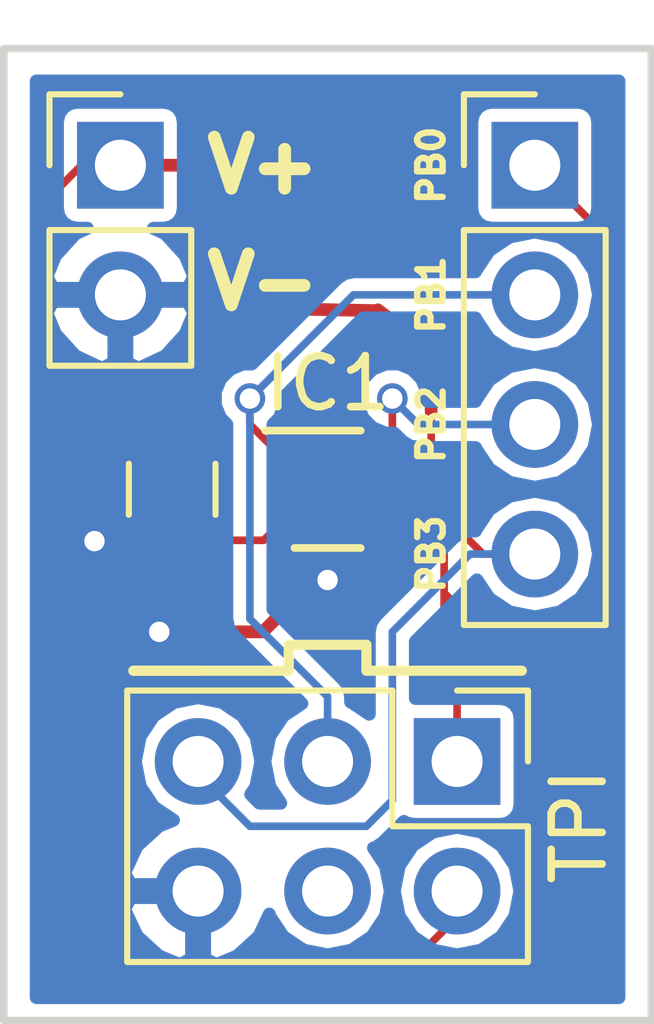
<source format=kicad_pcb>
(kicad_pcb (version 4) (host pcbnew 4.0.5)

  (general
    (links 14)
    (no_connects 0)
    (area 141.347429 95.391 155.832572 115.890952)
    (thickness 1.6)
    (drawings 16)
    (tracks 68)
    (zones 0)
    (modules 5)
    (nets 8)
  )

  (page A4)
  (layers
    (0 F.Cu signal)
    (31 B.Cu signal)
    (32 B.Adhes user)
    (33 F.Adhes user)
    (34 B.Paste user)
    (35 F.Paste user)
    (36 B.SilkS user)
    (37 F.SilkS user)
    (38 B.Mask user)
    (39 F.Mask user)
    (40 Dwgs.User user)
    (41 Cmts.User user)
    (42 Eco1.User user)
    (43 Eco2.User user)
    (44 Edge.Cuts user)
    (45 Margin user)
    (46 B.CrtYd user)
    (47 F.CrtYd user)
    (48 B.Fab user)
    (49 F.Fab user hide)
  )

  (setup
    (last_trace_width 0.2)
    (user_trace_width 0.01)
    (user_trace_width 0.02)
    (user_trace_width 0.04)
    (user_trace_width 0.05)
    (user_trace_width 0.1)
    (user_trace_width 0.15)
    (user_trace_width 0.2)
    (user_trace_width 0.25)
    (trace_clearance 0.25)
    (zone_clearance 0.25)
    (zone_45_only yes)
    (trace_min 0.01)
    (segment_width 0.2)
    (edge_width 0.15)
    (via_size 0.6)
    (via_drill 0.4)
    (via_min_size 0.4)
    (via_min_drill 0.3)
    (uvia_size 0.3)
    (uvia_drill 0.1)
    (uvias_allowed no)
    (uvia_min_size 0.2)
    (uvia_min_drill 0.1)
    (pcb_text_width 0.3)
    (pcb_text_size 1.5 1.5)
    (mod_edge_width 0.15)
    (mod_text_size 1 1)
    (mod_text_width 0.15)
    (pad_size 1.06 0.88)
    (pad_drill 0)
    (pad_to_mask_clearance 0.2)
    (aux_axis_origin 0 0)
    (visible_elements FFFEFF7F)
    (pcbplotparams
      (layerselection 0x000f8_80000001)
      (usegerberextensions false)
      (excludeedgelayer true)
      (linewidth 0.100000)
      (plotframeref false)
      (viasonmask false)
      (mode 1)
      (useauxorigin false)
      (hpglpennumber 1)
      (hpglpenspeed 20)
      (hpglpendiameter 15)
      (hpglpenoverlay 2)
      (psnegative false)
      (psa4output false)
      (plotreference true)
      (plotvalue true)
      (plotinvisibletext false)
      (padsonsilk false)
      (subtractmaskfromsilk false)
      (outputformat 1)
      (mirror false)
      (drillshape 0)
      (scaleselection 1)
      (outputdirectory ""))
  )

  (net 0 "")
  (net 1 VCC)
  (net 2 GND)
  (net 3 "Net-(IC1-Pad1)")
  (net 4 "Net-(IC1-Pad5)")
  (net 5 "Net-(IC1-Pad6)")
  (net 6 "Net-(IC1-Pad8)")
  (net 7 "Net-(P2-Pad4)")

  (net_class Default "This is the default net class."
    (clearance 0.25)
    (trace_width 0.2)
    (via_dia 0.6)
    (via_drill 0.4)
    (uvia_dia 0.3)
    (uvia_drill 0.1)
    (add_net GND)
    (add_net "Net-(IC1-Pad1)")
    (add_net "Net-(IC1-Pad5)")
    (add_net "Net-(IC1-Pad6)")
    (add_net "Net-(IC1-Pad8)")
    (add_net "Net-(P2-Pad4)")
    (add_net VCC)
  )

  (module Capacitors_SMD:C_0805 (layer F.Cu) (tedit 5898D19D) (tstamp 5898BCE0)
    (at 145.542 105.156 270)
    (descr "Capacitor SMD 0805, reflow soldering, AVX (see smccp.pdf)")
    (tags "capacitor 0805")
    (path /58982158)
    (attr smd)
    (fp_text reference C1 (at 0 -2.1 270) (layer Cmts.User)
      (effects (font (size 1 1) (thickness 0.15)))
    )
    (fp_text value 0.1u (at 0 2.1 270) (layer F.Fab)
      (effects (font (size 1 1) (thickness 0.15)))
    )
    (fp_line (start -1 0.625) (end -1 -0.625) (layer F.Fab) (width 0.1))
    (fp_line (start 1 0.625) (end -1 0.625) (layer F.Fab) (width 0.1))
    (fp_line (start 1 -0.625) (end 1 0.625) (layer F.Fab) (width 0.1))
    (fp_line (start -1 -0.625) (end 1 -0.625) (layer F.Fab) (width 0.1))
    (fp_line (start -1.8 -1) (end 1.8 -1) (layer F.CrtYd) (width 0.05))
    (fp_line (start -1.8 1) (end 1.8 1) (layer F.CrtYd) (width 0.05))
    (fp_line (start -1.8 -1) (end -1.8 1) (layer F.CrtYd) (width 0.05))
    (fp_line (start 1.8 -1) (end 1.8 1) (layer F.CrtYd) (width 0.05))
    (fp_line (start 0.5 -0.85) (end -0.5 -0.85) (layer F.SilkS) (width 0.12))
    (fp_line (start -0.5 0.85) (end 0.5 0.85) (layer F.SilkS) (width 0.12))
    (pad 1 smd rect (at -1 0 270) (size 1 1.25) (layers F.Cu F.Paste F.Mask)
      (net 1 VCC))
    (pad 2 smd rect (at 1 0 270) (size 1 1.25) (layers F.Cu F.Paste F.Mask)
      (net 2 GND))
    (model Capacitors_SMD.3dshapes/C_0805.wrl
      (at (xyz 0 0 0))
      (scale (xyz 1 1 1))
      (rotate (xyz 0 0 0))
    )
  )

  (module Housings_DFN_QFN:DFN-8-1EP_2x2mm_Pitch0.5mm (layer F.Cu) (tedit 5898C4CD) (tstamp 5898BCF9)
    (at 148.59 105.156)
    (descr "DFN8 2x2, 0.5P; CASE 506CN (see ON Semiconductor 506CN.PDF)")
    (tags "DFN 0.5")
    (path /5898CD28)
    (attr smd)
    (fp_text reference IC1 (at 0 -2.075) (layer F.SilkS)
      (effects (font (size 1 1) (thickness 0.15)))
    )
    (fp_text value ATTINY10-MA (at 0 2.075) (layer F.Fab)
      (effects (font (size 1 1) (thickness 0.15)))
    )
    (fp_line (start 0 -1) (end 1 -1) (layer F.Fab) (width 0.15))
    (fp_line (start 1 -1) (end 1 1) (layer F.Fab) (width 0.15))
    (fp_line (start 1 1) (end -1 1) (layer F.Fab) (width 0.15))
    (fp_line (start -1 1) (end -1 0) (layer F.Fab) (width 0.15))
    (fp_line (start -1 0) (end 0 -1) (layer F.Fab) (width 0.15))
    (fp_line (start -1.4 -1.35) (end -1.4 1.35) (layer F.CrtYd) (width 0.05))
    (fp_line (start 1.4 -1.35) (end 1.4 1.35) (layer F.CrtYd) (width 0.05))
    (fp_line (start -1.4 -1.35) (end 1.4 -1.35) (layer F.CrtYd) (width 0.05))
    (fp_line (start -1.4 1.35) (end 1.4 1.35) (layer F.CrtYd) (width 0.05))
    (fp_line (start -0.65 1.15) (end 0.65 1.15) (layer F.SilkS) (width 0.15))
    (fp_line (start -1.225 -1.15) (end 0.65 -1.15) (layer F.SilkS) (width 0.15))
    (pad 1 smd rect (at -0.9 -0.75) (size 0.5 0.3) (layers F.Cu F.Paste F.Mask)
      (net 3 "Net-(IC1-Pad1)"))
    (pad 2 smd rect (at -0.9 -0.25) (size 0.5 0.3) (layers F.Cu F.Paste F.Mask))
    (pad 3 smd rect (at -0.9 0.25) (size 0.5 0.3) (layers F.Cu F.Paste F.Mask))
    (pad 4 smd rect (at -0.9 0.75) (size 0.5 0.3) (layers F.Cu F.Paste F.Mask)
      (net 2 GND))
    (pad 5 smd rect (at 0.9 0.75) (size 0.5 0.3) (layers F.Cu F.Paste F.Mask)
      (net 4 "Net-(IC1-Pad5)"))
    (pad 6 smd rect (at 0.9 0.25) (size 0.5 0.3) (layers F.Cu F.Paste F.Mask)
      (net 5 "Net-(IC1-Pad6)"))
    (pad 7 smd rect (at 0.9 -0.25) (size 0.5 0.3) (layers F.Cu F.Paste F.Mask)
      (net 1 VCC))
    (pad 8 smd rect (at 0.9 -0.75) (size 0.5 0.3) (layers F.Cu F.Paste F.Mask)
      (net 6 "Net-(IC1-Pad8)"))
    (pad 9 smd rect (at 0 0.44) (size 1.06 0.88) (layers F.Cu F.Paste F.Mask)
      (net 2 GND) (solder_paste_margin_ratio -0.2))
    (pad 9 smd rect (at 0 -0.44) (size 1.06 0.88) (layers F.Cu F.Paste F.Mask)
      (solder_paste_margin_ratio -0.2))
    (model Housings_DFN_QFN.3dshapes/DFN-8-1EP_2x2mm_Pitch0.5mm.wrl
      (at (xyz 0 0 0))
      (scale (xyz 1 1 1))
      (rotate (xyz 0 0 0))
    )
  )

  (module Pin_Headers:Pin_Header_Straight_1x04_Pitch2.54mm (layer F.Cu) (tedit 5898CB28) (tstamp 5898BD0F)
    (at 152.654 98.806)
    (descr "Through hole straight pin header, 1x04, 2.54mm pitch, single row")
    (tags "Through hole pin header THT 1x04 2.54mm single row")
    (path /5897831D)
    (fp_text reference P1 (at 0 -2.39) (layer Cmts.User)
      (effects (font (size 1 1) (thickness 0.15)))
    )
    (fp_text value CONN_4 (at 0 10.01) (layer F.Fab)
      (effects (font (size 1 1) (thickness 0.15)))
    )
    (fp_line (start -1.27 -1.27) (end -1.27 8.89) (layer F.Fab) (width 0.1))
    (fp_line (start -1.27 8.89) (end 1.27 8.89) (layer F.Fab) (width 0.1))
    (fp_line (start 1.27 8.89) (end 1.27 -1.27) (layer F.Fab) (width 0.1))
    (fp_line (start 1.27 -1.27) (end -1.27 -1.27) (layer F.Fab) (width 0.1))
    (fp_line (start -1.39 1.27) (end -1.39 9.01) (layer F.SilkS) (width 0.12))
    (fp_line (start -1.39 9.01) (end 1.39 9.01) (layer F.SilkS) (width 0.12))
    (fp_line (start 1.39 9.01) (end 1.39 1.27) (layer F.SilkS) (width 0.12))
    (fp_line (start 1.39 1.27) (end -1.39 1.27) (layer F.SilkS) (width 0.12))
    (fp_line (start -1.39 0) (end -1.39 -1.39) (layer F.SilkS) (width 0.12))
    (fp_line (start -1.39 -1.39) (end 0 -1.39) (layer F.SilkS) (width 0.12))
    (fp_line (start -1.6 -1.6) (end -1.6 9.2) (layer F.CrtYd) (width 0.05))
    (fp_line (start -1.6 9.2) (end 1.6 9.2) (layer F.CrtYd) (width 0.05))
    (fp_line (start 1.6 9.2) (end 1.6 -1.6) (layer F.CrtYd) (width 0.05))
    (fp_line (start 1.6 -1.6) (end -1.6 -1.6) (layer F.CrtYd) (width 0.05))
    (pad 1 thru_hole rect (at 0 0) (size 1.7 1.7) (drill 1) (layers *.Cu *.Mask)
      (net 4 "Net-(IC1-Pad5)"))
    (pad 2 thru_hole oval (at 0 2.54) (size 1.7 1.7) (drill 1) (layers *.Cu *.Mask)
      (net 3 "Net-(IC1-Pad1)"))
    (pad 3 thru_hole oval (at 0 5.08) (size 1.7 1.7) (drill 1) (layers *.Cu *.Mask)
      (net 6 "Net-(IC1-Pad8)"))
    (pad 4 thru_hole oval (at 0 7.62) (size 1.7 1.7) (drill 1) (layers *.Cu *.Mask)
      (net 5 "Net-(IC1-Pad6)"))
    (model Pin_Headers.3dshapes/Pin_Header_Straight_1x04_Pitch2.54mm.wrl
      (at (xyz 0 -0.15 0))
      (scale (xyz 1 1 1))
      (rotate (xyz 0 0 90))
    )
  )

  (module Pin_Headers:Pin_Header_Straight_2x03_Pitch2.54mm (layer F.Cu) (tedit 5898CAA1) (tstamp 5898BD29)
    (at 151.13 110.49 270)
    (descr "Through hole straight pin header, 2x03, 2.54mm pitch, double rows")
    (tags "Through hole pin header THT 2x03 2.54mm double row")
    (path /5897828E)
    (fp_text reference TPI (at 1.27 -2.39 270) (layer F.SilkS)
      (effects (font (size 1 1) (thickness 0.15)))
    )
    (fp_text value CONN_3X2 (at 1.27 7.47 270) (layer F.Fab)
      (effects (font (size 1 1) (thickness 0.15)))
    )
    (fp_line (start -1.27 -1.27) (end -1.27 6.35) (layer F.Fab) (width 0.1))
    (fp_line (start -1.27 6.35) (end 3.81 6.35) (layer F.Fab) (width 0.1))
    (fp_line (start 3.81 6.35) (end 3.81 -1.27) (layer F.Fab) (width 0.1))
    (fp_line (start 3.81 -1.27) (end -1.27 -1.27) (layer F.Fab) (width 0.1))
    (fp_line (start -1.39 1.27) (end -1.39 6.47) (layer F.SilkS) (width 0.12))
    (fp_line (start -1.39 6.47) (end 3.93 6.47) (layer F.SilkS) (width 0.12))
    (fp_line (start 3.93 6.47) (end 3.93 -1.39) (layer F.SilkS) (width 0.12))
    (fp_line (start 3.93 -1.39) (end 1.27 -1.39) (layer F.SilkS) (width 0.12))
    (fp_line (start 1.27 -1.39) (end 1.27 1.27) (layer F.SilkS) (width 0.12))
    (fp_line (start 1.27 1.27) (end -1.39 1.27) (layer F.SilkS) (width 0.12))
    (fp_line (start -1.39 0) (end -1.39 -1.39) (layer F.SilkS) (width 0.12))
    (fp_line (start -1.39 -1.39) (end 0 -1.39) (layer F.SilkS) (width 0.12))
    (fp_line (start -1.6 -1.6) (end -1.6 6.6) (layer F.CrtYd) (width 0.05))
    (fp_line (start -1.6 6.6) (end 4.1 6.6) (layer F.CrtYd) (width 0.05))
    (fp_line (start 4.1 6.6) (end 4.1 -1.6) (layer F.CrtYd) (width 0.05))
    (fp_line (start 4.1 -1.6) (end -1.6 -1.6) (layer F.CrtYd) (width 0.05))
    (pad 1 thru_hole rect (at 0 0 270) (size 1.7 1.7) (drill 1) (layers *.Cu *.Mask)
      (net 4 "Net-(IC1-Pad5)"))
    (pad 2 thru_hole oval (at 2.54 0 270) (size 1.7 1.7) (drill 1) (layers *.Cu *.Mask)
      (net 1 VCC))
    (pad 3 thru_hole oval (at 0 2.54 270) (size 1.7 1.7) (drill 1) (layers *.Cu *.Mask)
      (net 3 "Net-(IC1-Pad1)"))
    (pad 4 thru_hole oval (at 2.54 2.54 270) (size 1.7 1.7) (drill 1) (layers *.Cu *.Mask)
      (net 7 "Net-(P2-Pad4)"))
    (pad 5 thru_hole oval (at 0 5.08 270) (size 1.7 1.7) (drill 1) (layers *.Cu *.Mask)
      (net 5 "Net-(IC1-Pad6)"))
    (pad 6 thru_hole oval (at 2.54 5.08 270) (size 1.7 1.7) (drill 1) (layers *.Cu *.Mask)
      (net 2 GND))
    (model Pin_Headers.3dshapes/Pin_Header_Straight_2x03_Pitch2.54mm.wrl
      (at (xyz 0.05 -0.1 0))
      (scale (xyz 1 1 1))
      (rotate (xyz 0 0 90))
    )
  )

  (module Pin_Headers:Pin_Header_Straight_1x02_Pitch2.54mm (layer F.Cu) (tedit 5898CB36) (tstamp 5898BD3D)
    (at 144.526 98.806)
    (descr "Through hole straight pin header, 1x02, 2.54mm pitch, single row")
    (tags "Through hole pin header THT 1x02 2.54mm single row")
    (path /58981FEC)
    (fp_text reference P3 (at 0 -2.39) (layer Cmts.User)
      (effects (font (size 1 1) (thickness 0.15)))
    )
    (fp_text value CONN_2 (at 0 4.93) (layer F.Fab)
      (effects (font (size 1 1) (thickness 0.15)))
    )
    (fp_line (start -1.27 -1.27) (end -1.27 3.81) (layer F.Fab) (width 0.1))
    (fp_line (start -1.27 3.81) (end 1.27 3.81) (layer F.Fab) (width 0.1))
    (fp_line (start 1.27 3.81) (end 1.27 -1.27) (layer F.Fab) (width 0.1))
    (fp_line (start 1.27 -1.27) (end -1.27 -1.27) (layer F.Fab) (width 0.1))
    (fp_line (start -1.39 1.27) (end -1.39 3.93) (layer F.SilkS) (width 0.12))
    (fp_line (start -1.39 3.93) (end 1.39 3.93) (layer F.SilkS) (width 0.12))
    (fp_line (start 1.39 3.93) (end 1.39 1.27) (layer F.SilkS) (width 0.12))
    (fp_line (start 1.39 1.27) (end -1.39 1.27) (layer F.SilkS) (width 0.12))
    (fp_line (start -1.39 0) (end -1.39 -1.39) (layer F.SilkS) (width 0.12))
    (fp_line (start -1.39 -1.39) (end 0 -1.39) (layer F.SilkS) (width 0.12))
    (fp_line (start -1.6 -1.6) (end -1.6 4.1) (layer F.CrtYd) (width 0.05))
    (fp_line (start -1.6 4.1) (end 1.6 4.1) (layer F.CrtYd) (width 0.05))
    (fp_line (start 1.6 4.1) (end 1.6 -1.6) (layer F.CrtYd) (width 0.05))
    (fp_line (start 1.6 -1.6) (end -1.6 -1.6) (layer F.CrtYd) (width 0.05))
    (pad 1 thru_hole rect (at 0 0) (size 1.7 1.7) (drill 1) (layers *.Cu *.Mask)
      (net 1 VCC))
    (pad 2 thru_hole oval (at 0 2.54) (size 1.7 1.7) (drill 1) (layers *.Cu *.Mask)
      (net 2 GND))
    (model Pin_Headers.3dshapes/Pin_Header_Straight_1x02_Pitch2.54mm.wrl
      (at (xyz 0 -0.05 0))
      (scale (xyz 1 1 1))
      (rotate (xyz 0 0 90))
    )
  )

  (gr_text V- (at 147.32 101.092) (layer F.SilkS)
    (effects (font (size 1 1) (thickness 0.25)))
  )
  (gr_text V+ (at 147.32 98.806) (layer F.SilkS)
    (effects (font (size 1 1) (thickness 0.25)))
  )
  (gr_text PB3 (at 150.622 106.426 90) (layer F.SilkS)
    (effects (font (size 0.5 0.5) (thickness 0.125)))
  )
  (gr_text PB2 (at 150.622 103.886 90) (layer F.SilkS)
    (effects (font (size 0.5 0.5) (thickness 0.125)))
  )
  (gr_text PB1 (at 150.622 101.346 90) (layer F.SilkS)
    (effects (font (size 0.5 0.5) (thickness 0.125)))
  )
  (gr_text PB0 (at 150.622 98.806 90) (layer F.SilkS)
    (effects (font (size 0.5 0.5) (thickness 0.125)))
  )
  (gr_line (start 149.352 108.712) (end 152.4 108.712) (angle 90) (layer F.SilkS) (width 0.2))
  (gr_line (start 149.352 108.204) (end 149.352 108.712) (angle 90) (layer F.SilkS) (width 0.2))
  (gr_line (start 147.828 108.204) (end 149.352 108.204) (angle 90) (layer F.SilkS) (width 0.2))
  (gr_line (start 147.828 108.712) (end 147.828 108.204) (angle 90) (layer F.SilkS) (width 0.2))
  (gr_line (start 144.78 108.712) (end 147.828 108.712) (angle 90) (layer F.SilkS) (width 0.2))
  (gr_line (start 144.78 108.712) (end 146.05 108.712) (angle 90) (layer F.SilkS) (width 0.2))
  (gr_line (start 142.24 115.57) (end 142.24 96.52) (angle 90) (layer Edge.Cuts) (width 0.15))
  (gr_line (start 154.94 115.57) (end 142.24 115.57) (angle 90) (layer Edge.Cuts) (width 0.15))
  (gr_line (start 154.94 96.52) (end 154.94 115.57) (angle 90) (layer Edge.Cuts) (width 0.15))
  (gr_line (start 142.24 96.52) (end 154.94 96.52) (angle 90) (layer Edge.Cuts) (width 0.15))

  (segment (start 151.13 113.03) (end 151.13 113.538) (width 0.15) (layer F.Cu) (net 1))
  (segment (start 151.13 113.538) (end 150.114 114.554) (width 0.15) (layer F.Cu) (net 1) (tstamp 5898C878))
  (segment (start 150.114 114.554) (end 144.272 114.554) (width 0.15) (layer F.Cu) (net 1) (tstamp 5898C87D))
  (segment (start 144.272 114.554) (end 143.002 113.284) (width 0.15) (layer F.Cu) (net 1) (tstamp 5898C881))
  (segment (start 143.002 113.284) (end 143.002 99.568) (width 0.15) (layer F.Cu) (net 1) (tstamp 5898C885))
  (segment (start 143.002 99.568) (end 143.764 98.806) (width 0.15) (layer F.Cu) (net 1) (tstamp 5898C889))
  (segment (start 143.764 98.806) (end 144.526 98.806) (width 0.15) (layer F.Cu) (net 1) (tstamp 5898C88B))
  (segment (start 146.812 101.6) (end 149.55952 101.65664) (width 0.25) (layer F.Cu) (net 1))
  (segment (start 150.364 104.906) (end 149.49 104.906) (width 0.15) (layer F.Cu) (net 1) (tstamp 5898C564))
  (segment (start 150.622 104.648) (end 150.364 104.906) (width 0.15) (layer F.Cu) (net 1) (tstamp 5898C55C))
  (segment (start 150.622 103.632) (end 150.622 104.648) (width 0.15) (layer F.Cu) (net 1) (tstamp 5898C558))
  (segment (start 150.59152 102.40264) (end 150.622 103.632) (width 0.25) (layer F.Cu) (net 1) (tstamp 5898C556))
  (segment (start 149.57552 101.64064) (end 150.59152 102.40264) (width 0.25) (layer F.Cu) (net 1) (tstamp 5898C550))
  (segment (start 149.55952 101.65664) (end 149.57552 101.64064) (width 0.25) (layer F.Cu) (net 1) (tstamp 5898C54A))
  (segment (start 144.526 98.806) (end 146.05 98.806) (width 0.25) (layer F.Cu) (net 1))
  (segment (start 146.812 101.6) (end 145.542 104.156) (width 0.25) (layer F.Cu) (net 1) (tstamp 5898C534))
  (segment (start 146.558 99.314) (end 146.812 101.6) (width 0.25) (layer F.Cu) (net 1) (tstamp 5898C532))
  (segment (start 146.05 98.806) (end 146.558 99.314) (width 0.25) (layer F.Cu) (net 1) (tstamp 5898C52E))
  (segment (start 145.526 104.14) (end 145.542 104.156) (width 0.2) (layer F.Cu) (net 1) (tstamp 5898C1DC) (status 30))
  (segment (start 148.59 106.934) (end 148.336 106.934) (width 0.25) (layer F.Cu) (net 2))
  (via (at 148.59 106.934) (size 0.6) (drill 0.4) (layers F.Cu B.Cu) (net 2))
  (segment (start 148.59 105.596) (end 148.59 106.934) (width 0.25) (layer F.Cu) (net 2))
  (via (at 145.288 107.95) (size 0.6) (drill 0.4) (layers F.Cu B.Cu) (net 2))
  (segment (start 147.32 107.95) (end 145.288 107.95) (width 0.25) (layer F.Cu) (net 2) (tstamp 5898C917))
  (segment (start 148.336 106.934) (end 147.32 107.95) (width 0.25) (layer F.Cu) (net 2) (tstamp 5898C913))
  (segment (start 145.542 106.156) (end 144.034 106.156) (width 0.25) (layer F.Cu) (net 2))
  (via (at 144.018 106.172) (size 0.6) (drill 0.4) (layers F.Cu B.Cu) (net 2))
  (segment (start 144.034 106.156) (end 144.018 106.172) (width 0.25) (layer F.Cu) (net 2) (tstamp 5898C661))
  (segment (start 147.69 105.906) (end 147.586 105.906) (width 0.15) (layer F.Cu) (net 2))
  (segment (start 147.586 105.906) (end 147.336 106.156) (width 0.15) (layer F.Cu) (net 2) (tstamp 5898C48B))
  (segment (start 147.336 106.156) (end 145.542 106.156) (width 0.15) (layer F.Cu) (net 2) (tstamp 5898C48C))
  (segment (start 148.59 110.49) (end 148.59 109.22) (width 0.15) (layer B.Cu) (net 3))
  (segment (start 147.066 107.696) (end 147.066 103.378) (width 0.15) (layer B.Cu) (net 3) (tstamp 5898C715))
  (segment (start 148.59 109.22) (end 147.066 107.696) (width 0.15) (layer B.Cu) (net 3) (tstamp 5898C711))
  (segment (start 147.69 104.406) (end 147.586 104.406) (width 0.15) (layer F.Cu) (net 3))
  (segment (start 147.586 104.406) (end 147.066 103.886) (width 0.15) (layer F.Cu) (net 3) (tstamp 5898C6C1))
  (segment (start 147.066 103.886) (end 147.066 103.378) (width 0.15) (layer F.Cu) (net 3) (tstamp 5898C6C3))
  (via (at 147.066 103.378) (size 0.6) (drill 0.4) (layers F.Cu B.Cu) (net 3))
  (segment (start 147.066 103.378) (end 149.098 101.346) (width 0.15) (layer B.Cu) (net 3) (tstamp 5898C6CB))
  (segment (start 149.098 101.346) (end 152.654 101.346) (width 0.15) (layer B.Cu) (net 3) (tstamp 5898C6CC))
  (segment (start 151.13 110.49) (end 151.13 109.22) (width 0.15) (layer F.Cu) (net 4))
  (segment (start 150.876 108.966) (end 150.876 107.188) (width 0.15) (layer F.Cu) (net 4) (tstamp 5898C804))
  (segment (start 151.13 109.22) (end 150.876 108.966) (width 0.15) (layer F.Cu) (net 4) (tstamp 5898C800))
  (segment (start 149.49 105.906) (end 150.356 105.906) (width 0.15) (layer F.Cu) (net 4))
  (segment (start 154.178 100.33) (end 152.654 98.806) (width 0.15) (layer F.Cu) (net 4) (tstamp 5898C7D9))
  (segment (start 154.178 107.696) (end 154.178 100.33) (width 0.15) (layer F.Cu) (net 4) (tstamp 5898C7D8))
  (segment (start 153.67 108.204) (end 154.178 107.696) (width 0.15) (layer F.Cu) (net 4) (tstamp 5898C7D7))
  (segment (start 152.908 108.204) (end 153.67 108.204) (width 0.15) (layer F.Cu) (net 4) (tstamp 5898C7D6))
  (segment (start 151.892 108.204) (end 152.908 108.204) (width 0.15) (layer F.Cu) (net 4) (tstamp 5898C7D5))
  (segment (start 150.876 107.188) (end 151.892 108.204) (width 0.15) (layer F.Cu) (net 4) (tstamp 5898C7D4))
  (segment (start 150.876 106.426) (end 150.876 107.188) (width 0.15) (layer F.Cu) (net 4) (tstamp 5898C7D1))
  (segment (start 150.356 105.906) (end 150.876 106.426) (width 0.15) (layer F.Cu) (net 4) (tstamp 5898C7D0))
  (segment (start 151.384 106.426) (end 152.654 106.426) (width 0.15) (layer B.Cu) (net 5) (tstamp 5898C839))
  (segment (start 149.86 107.95) (end 151.384 106.426) (width 0.15) (layer B.Cu) (net 5) (tstamp 5898C835))
  (segment (start 149.86 111.252) (end 149.86 107.95) (width 0.15) (layer B.Cu) (net 5) (tstamp 5898C831))
  (segment (start 149.352 111.76) (end 149.86 111.252) (width 0.15) (layer B.Cu) (net 5) (tstamp 5898C830))
  (segment (start 147.066 111.76) (end 149.352 111.76) (width 0.15) (layer B.Cu) (net 5) (tstamp 5898C82E))
  (segment (start 146.05 110.744) (end 147.066 111.76) (width 0.15) (layer B.Cu) (net 5) (tstamp 5898C82C))
  (segment (start 146.05 110.49) (end 146.05 110.744) (width 0.15) (layer B.Cu) (net 5))
  (segment (start 149.49 105.406) (end 150.618 105.406) (width 0.15) (layer F.Cu) (net 5))
  (segment (start 151.638 106.426) (end 152.654 106.426) (width 0.15) (layer F.Cu) (net 5) (tstamp 5898C7A6))
  (segment (start 150.618 105.406) (end 151.638 106.426) (width 0.15) (layer F.Cu) (net 5) (tstamp 5898C7A3))
  (segment (start 149.49 104.406) (end 149.594 104.406) (width 0.15) (layer F.Cu) (net 6))
  (segment (start 149.594 104.406) (end 149.86 104.14) (width 0.15) (layer F.Cu) (net 6) (tstamp 5898C770))
  (segment (start 149.86 104.14) (end 149.86 103.378) (width 0.15) (layer F.Cu) (net 6) (tstamp 5898C772))
  (via (at 149.86 103.378) (size 0.6) (drill 0.4) (layers F.Cu B.Cu) (net 6))
  (segment (start 149.86 103.378) (end 150.368 103.886) (width 0.15) (layer B.Cu) (net 6) (tstamp 5898C776))
  (segment (start 150.368 103.886) (end 152.654 103.886) (width 0.15) (layer B.Cu) (net 6) (tstamp 5898C777))

  (zone (net 2) (net_name GND) (layer B.Cu) (tstamp 5898C5EC) (hatch edge 0.508)
    (connect_pads (clearance 0.25))
    (min_thickness 0.254)
    (fill yes (arc_segments 16) (thermal_gap 0.508) (thermal_bridge_width 0.508))
    (polygon
      (pts
        (xy 154.432 115.316) (xy 142.748 115.316) (xy 142.748 97.028) (xy 154.432 97.028)
      )
    )
    (filled_polygon
      (pts
        (xy 154.305 115.118) (xy 142.875 115.118) (xy 142.875 113.386892) (xy 144.608514 113.386892) (xy 144.854817 113.911358)
        (xy 145.283076 114.301645) (xy 145.69311 114.471476) (xy 145.923 114.350155) (xy 145.923 113.157) (xy 144.729181 113.157)
        (xy 144.608514 113.386892) (xy 142.875 113.386892) (xy 142.875 112.673108) (xy 144.608514 112.673108) (xy 144.729181 112.903)
        (xy 145.923 112.903) (xy 145.923 112.883) (xy 146.177 112.883) (xy 146.177 112.903) (xy 146.197 112.903)
        (xy 146.197 113.157) (xy 146.177 113.157) (xy 146.177 114.350155) (xy 146.40689 114.471476) (xy 146.816924 114.301645)
        (xy 147.245183 113.911358) (xy 147.447738 113.480046) (xy 147.4564 113.523591) (xy 147.72238 113.921658) (xy 148.120447 114.187638)
        (xy 148.59 114.281038) (xy 149.059553 114.187638) (xy 149.45762 113.921658) (xy 149.7236 113.523591) (xy 149.817 113.054038)
        (xy 149.817 113.005962) (xy 149.903 113.005962) (xy 149.903 113.054038) (xy 149.9964 113.523591) (xy 150.26238 113.921658)
        (xy 150.660447 114.187638) (xy 151.13 114.281038) (xy 151.599553 114.187638) (xy 151.99762 113.921658) (xy 152.2636 113.523591)
        (xy 152.357 113.054038) (xy 152.357 113.005962) (xy 152.2636 112.536409) (xy 151.99762 112.138342) (xy 151.599553 111.872362)
        (xy 151.13 111.778962) (xy 150.660447 111.872362) (xy 150.26238 112.138342) (xy 149.9964 112.536409) (xy 149.903 113.005962)
        (xy 149.817 113.005962) (xy 149.7236 112.536409) (xy 149.488672 112.184815) (xy 149.524973 112.177594) (xy 149.671612 112.079612)
        (xy 150.08689 111.664335) (xy 150.130453 111.694101) (xy 150.28 111.724385) (xy 151.98 111.724385) (xy 152.119708 111.698097)
        (xy 152.24802 111.61553) (xy 152.334101 111.489547) (xy 152.364385 111.34) (xy 152.364385 109.64) (xy 152.338097 109.500292)
        (xy 152.25553 109.37198) (xy 152.129547 109.285899) (xy 151.98 109.255615) (xy 150.312 109.255615) (xy 150.312 108.137224)
        (xy 151.519317 106.929908) (xy 151.762342 107.29362) (xy 152.160409 107.5596) (xy 152.629962 107.653) (xy 152.678038 107.653)
        (xy 153.147591 107.5596) (xy 153.545658 107.29362) (xy 153.811638 106.895553) (xy 153.905038 106.426) (xy 153.811638 105.956447)
        (xy 153.545658 105.55838) (xy 153.147591 105.2924) (xy 152.678038 105.199) (xy 152.629962 105.199) (xy 152.160409 105.2924)
        (xy 151.762342 105.55838) (xy 151.496362 105.956447) (xy 151.49287 105.974) (xy 151.384 105.974) (xy 151.211027 106.008406)
        (xy 151.064387 106.106388) (xy 149.540388 107.630388) (xy 149.442406 107.777027) (xy 149.408 107.95) (xy 149.408 109.565187)
        (xy 149.059553 109.332362) (xy 149.042 109.32887) (xy 149.042 109.22) (xy 149.007594 109.047027) (xy 148.909612 108.900387)
        (xy 147.518 107.508776) (xy 147.518 103.883376) (xy 147.639598 103.76199) (xy 147.742882 103.513254) (xy 147.742883 103.512073)
        (xy 149.182883 103.512073) (xy 149.285733 103.760989) (xy 149.47601 103.951598) (xy 149.724746 104.054882) (xy 149.897808 104.055033)
        (xy 150.048387 104.205612) (xy 150.195026 104.303594) (xy 150.223724 104.309302) (xy 150.368 104.338) (xy 151.49287 104.338)
        (xy 151.496362 104.355553) (xy 151.762342 104.75362) (xy 152.160409 105.0196) (xy 152.629962 105.113) (xy 152.678038 105.113)
        (xy 153.147591 105.0196) (xy 153.545658 104.75362) (xy 153.811638 104.355553) (xy 153.905038 103.886) (xy 153.811638 103.416447)
        (xy 153.545658 103.01838) (xy 153.147591 102.7524) (xy 152.678038 102.659) (xy 152.629962 102.659) (xy 152.160409 102.7524)
        (xy 151.762342 103.01838) (xy 151.496362 103.416447) (xy 151.49287 103.434) (xy 150.555225 103.434) (xy 150.536967 103.415742)
        (xy 150.537117 103.243927) (xy 150.434267 102.995011) (xy 150.24399 102.804402) (xy 149.995254 102.701118) (xy 149.725927 102.700883)
        (xy 149.477011 102.803733) (xy 149.286402 102.99401) (xy 149.183118 103.242746) (xy 149.182883 103.512073) (xy 147.742883 103.512073)
        (xy 147.743033 103.340191) (xy 149.285224 101.798) (xy 151.49287 101.798) (xy 151.496362 101.815553) (xy 151.762342 102.21362)
        (xy 152.160409 102.4796) (xy 152.629962 102.573) (xy 152.678038 102.573) (xy 153.147591 102.4796) (xy 153.545658 102.21362)
        (xy 153.811638 101.815553) (xy 153.905038 101.346) (xy 153.811638 100.876447) (xy 153.545658 100.47838) (xy 153.147591 100.2124)
        (xy 152.678038 100.119) (xy 152.629962 100.119) (xy 152.160409 100.2124) (xy 151.762342 100.47838) (xy 151.496362 100.876447)
        (xy 151.49287 100.894) (xy 149.098 100.894) (xy 148.925027 100.928406) (xy 148.778388 101.026388) (xy 147.103743 102.701033)
        (xy 146.931927 102.700883) (xy 146.683011 102.803733) (xy 146.492402 102.99401) (xy 146.389118 103.242746) (xy 146.388883 103.512073)
        (xy 146.491733 103.760989) (xy 146.614 103.883469) (xy 146.614 107.696) (xy 146.648406 107.868973) (xy 146.746388 108.015612)
        (xy 148.086092 109.355317) (xy 147.72238 109.598342) (xy 147.4564 109.996409) (xy 147.363 110.465962) (xy 147.363 110.514038)
        (xy 147.4564 110.983591) (xy 147.673163 111.308) (xy 147.253224 111.308) (xy 147.081547 111.136323) (xy 147.1836 110.983591)
        (xy 147.277 110.514038) (xy 147.277 110.465962) (xy 147.1836 109.996409) (xy 146.91762 109.598342) (xy 146.519553 109.332362)
        (xy 146.05 109.238962) (xy 145.580447 109.332362) (xy 145.18238 109.598342) (xy 144.9164 109.996409) (xy 144.823 110.465962)
        (xy 144.823 110.514038) (xy 144.9164 110.983591) (xy 145.18238 111.381658) (xy 145.568944 111.639952) (xy 145.283076 111.758355)
        (xy 144.854817 112.148642) (xy 144.608514 112.673108) (xy 142.875 112.673108) (xy 142.875 101.70289) (xy 143.084524 101.70289)
        (xy 143.254355 102.112924) (xy 143.644642 102.541183) (xy 144.169108 102.787486) (xy 144.399 102.666819) (xy 144.399 101.473)
        (xy 144.653 101.473) (xy 144.653 102.666819) (xy 144.882892 102.787486) (xy 145.407358 102.541183) (xy 145.797645 102.112924)
        (xy 145.967476 101.70289) (xy 145.846155 101.473) (xy 144.653 101.473) (xy 144.399 101.473) (xy 143.205845 101.473)
        (xy 143.084524 101.70289) (xy 142.875 101.70289) (xy 142.875 100.98911) (xy 143.084524 100.98911) (xy 143.205845 101.219)
        (xy 144.399 101.219) (xy 144.399 101.199) (xy 144.653 101.199) (xy 144.653 101.219) (xy 145.846155 101.219)
        (xy 145.967476 100.98911) (xy 145.797645 100.579076) (xy 145.407358 100.150817) (xy 145.172209 100.040385) (xy 145.376 100.040385)
        (xy 145.515708 100.014097) (xy 145.64402 99.93153) (xy 145.730101 99.805547) (xy 145.760385 99.656) (xy 145.760385 97.956)
        (xy 151.419615 97.956) (xy 151.419615 99.656) (xy 151.445903 99.795708) (xy 151.52847 99.92402) (xy 151.654453 100.010101)
        (xy 151.804 100.040385) (xy 153.504 100.040385) (xy 153.643708 100.014097) (xy 153.77202 99.93153) (xy 153.858101 99.805547)
        (xy 153.888385 99.656) (xy 153.888385 97.956) (xy 153.862097 97.816292) (xy 153.77953 97.68798) (xy 153.653547 97.601899)
        (xy 153.504 97.571615) (xy 151.804 97.571615) (xy 151.664292 97.597903) (xy 151.53598 97.68047) (xy 151.449899 97.806453)
        (xy 151.419615 97.956) (xy 145.760385 97.956) (xy 145.734097 97.816292) (xy 145.65153 97.68798) (xy 145.525547 97.601899)
        (xy 145.376 97.571615) (xy 143.676 97.571615) (xy 143.536292 97.597903) (xy 143.40798 97.68047) (xy 143.321899 97.806453)
        (xy 143.291615 97.956) (xy 143.291615 99.656) (xy 143.317903 99.795708) (xy 143.40047 99.92402) (xy 143.526453 100.010101)
        (xy 143.676 100.040385) (xy 143.879791 100.040385) (xy 143.644642 100.150817) (xy 143.254355 100.579076) (xy 143.084524 100.98911)
        (xy 142.875 100.98911) (xy 142.875 97.155) (xy 154.305 97.155)
      )
    )
  )
)

</source>
